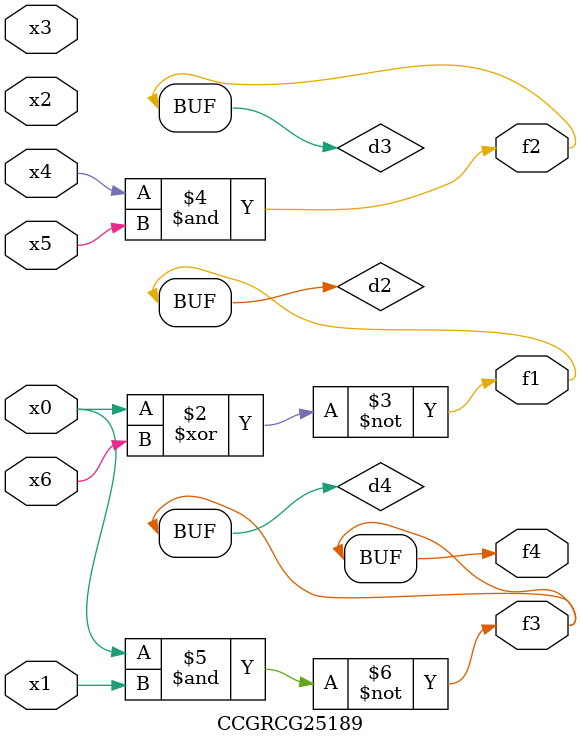
<source format=v>
module CCGRCG25189(
	input x0, x1, x2, x3, x4, x5, x6,
	output f1, f2, f3, f4
);

	wire d1, d2, d3, d4;

	nor (d1, x0);
	xnor (d2, x0, x6);
	and (d3, x4, x5);
	nand (d4, x0, x1);
	assign f1 = d2;
	assign f2 = d3;
	assign f3 = d4;
	assign f4 = d4;
endmodule

</source>
